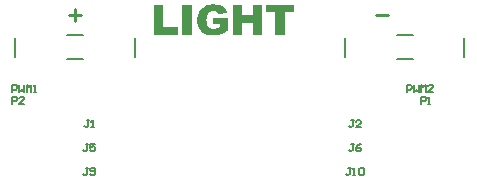
<source format=gto>
G04*
G04 #@! TF.GenerationSoftware,Altium Limited,Altium Designer,24.4.1 (13)*
G04*
G04 Layer_Color=65535*
%FSLAX44Y44*%
%MOMM*%
G71*
G04*
G04 #@! TF.SameCoordinates,B4241BF7-B4BF-4A5F-9E04-4B0AE47491D2*
G04*
G04*
G04 #@! TF.FilePolarity,Positive*
G04*
G01*
G75*
%ADD10C,0.2000*%
%ADD11C,0.2540*%
%ADD12C,0.1700*%
G36*
X301601Y301147D02*
X302526Y301101D01*
X303545Y301009D01*
X304609Y300870D01*
X305581Y300685D01*
X306044Y300546D01*
X306460Y300407D01*
X306506D01*
X306553Y300361D01*
X306830Y300268D01*
X307201Y300083D01*
X307663Y299852D01*
X308219Y299528D01*
X308820Y299111D01*
X309376Y298602D01*
X309931Y298047D01*
X309977Y297954D01*
X310162Y297769D01*
X310394Y297399D01*
X310718Y296936D01*
X311042Y296381D01*
X311412Y295687D01*
X311736Y294900D01*
X312014Y294021D01*
X304470Y292679D01*
Y292725D01*
X304378Y292910D01*
X304239Y293188D01*
X304100Y293512D01*
X303869Y293836D01*
X303591Y294206D01*
X303221Y294530D01*
X302850Y294854D01*
X302804Y294900D01*
X302665Y294993D01*
X302388Y295085D01*
X302064Y295270D01*
X301647Y295409D01*
X301184Y295501D01*
X300629Y295594D01*
X299981Y295640D01*
X299750D01*
X299565Y295594D01*
X299102Y295548D01*
X298500Y295409D01*
X297852Y295224D01*
X297158Y294900D01*
X296464Y294437D01*
X295862Y293836D01*
X295816Y293743D01*
X295631Y293512D01*
X295399Y293049D01*
X295122Y292447D01*
X294798Y291660D01*
X294705Y291198D01*
X294566Y290688D01*
X294474Y290133D01*
X294381Y289532D01*
X294335Y288884D01*
Y288190D01*
Y288143D01*
Y288004D01*
Y287819D01*
X294381Y287542D01*
Y287171D01*
X294428Y286801D01*
X294520Y285922D01*
X294705Y284950D01*
X294983Y283978D01*
X295353Y283053D01*
X295585Y282682D01*
X295862Y282312D01*
X295955Y282220D01*
X296140Y282034D01*
X296510Y281757D01*
X297019Y281433D01*
X297621Y281109D01*
X298361Y280831D01*
X299241Y280646D01*
X300212Y280553D01*
X300675D01*
X300999Y280600D01*
X301416Y280646D01*
X301832Y280692D01*
X302712Y280924D01*
X302758D01*
X302943Y281016D01*
X303174Y281109D01*
X303498Y281248D01*
X303915Y281387D01*
X304378Y281618D01*
X304933Y281896D01*
X305488Y282220D01*
Y284626D01*
X300212D01*
Y289902D01*
X312338D01*
Y279072D01*
X312291Y279026D01*
X312199Y278980D01*
X312014Y278841D01*
X311736Y278702D01*
X311458Y278517D01*
X311088Y278286D01*
X310255Y277777D01*
X309283Y277268D01*
X308219Y276712D01*
X307154Y276203D01*
X306136Y275833D01*
X306090D01*
X305997Y275787D01*
X305858Y275741D01*
X305673Y275694D01*
X305396Y275648D01*
X305118Y275555D01*
X304748Y275509D01*
X304378Y275417D01*
X303452Y275278D01*
X302341Y275139D01*
X301138Y275046D01*
X299796Y275000D01*
X299380D01*
X299056Y275046D01*
X298639D01*
X298223Y275093D01*
X297714Y275139D01*
X297158Y275185D01*
X296001Y275370D01*
X294752Y275648D01*
X293548Y276018D01*
X292391Y276527D01*
X292345D01*
X292253Y276620D01*
X292114Y276712D01*
X291929Y276805D01*
X291420Y277175D01*
X290772Y277684D01*
X290077Y278286D01*
X289337Y279072D01*
X288643Y279998D01*
X287995Y281063D01*
Y281109D01*
X287949Y281201D01*
X287856Y281387D01*
X287764Y281618D01*
X287625Y281896D01*
X287532Y282220D01*
X287393Y282636D01*
X287254Y283099D01*
X287069Y283562D01*
X286931Y284117D01*
X286699Y285320D01*
X286514Y286662D01*
X286468Y288097D01*
Y288143D01*
Y288282D01*
Y288513D01*
X286514Y288791D01*
Y289161D01*
X286560Y289578D01*
X286607Y290041D01*
X286699Y290550D01*
X286884Y291660D01*
X287208Y292864D01*
X287625Y294067D01*
X288180Y295270D01*
Y295316D01*
X288273Y295409D01*
X288365Y295548D01*
X288504Y295779D01*
X288874Y296334D01*
X289429Y297029D01*
X290170Y297769D01*
X291003Y298556D01*
X292021Y299296D01*
X293178Y299944D01*
X293224D01*
X293317Y299991D01*
X293456Y300083D01*
X293641Y300129D01*
X293919Y300222D01*
X294242Y300361D01*
X294613Y300453D01*
X295029Y300592D01*
X295492Y300685D01*
X296047Y300777D01*
X296603Y300916D01*
X297204Y301009D01*
X297899Y301101D01*
X298593Y301147D01*
X300166Y301194D01*
X301231D01*
X301601Y301147D01*
D02*
G37*
G36*
X341308Y275417D02*
X333441D01*
Y285690D01*
X324833D01*
Y275417D01*
X317012Y275417D01*
Y300777D01*
X324833Y300777D01*
Y291938D01*
X333441D01*
Y300777D01*
X341308D01*
Y275417D01*
D02*
G37*
G36*
X368520Y294530D02*
X360514D01*
Y275417D01*
X352693D01*
Y294530D01*
X344686D01*
Y300777D01*
X368520D01*
Y294530D01*
D02*
G37*
G36*
X281840Y275417D02*
X273972D01*
Y300777D01*
X281840D01*
Y275417D01*
D02*
G37*
G36*
X257821Y281664D02*
X270085D01*
Y275417D01*
X250000D01*
Y300777D01*
X257821D01*
Y281664D01*
D02*
G37*
D10*
X455800Y275000D02*
X468800D01*
X455800Y255000D02*
X468800D01*
X411800Y257000D02*
Y273000D01*
X512800Y257000D02*
Y273000D01*
X176600Y275000D02*
X189600D01*
X176600Y255000D02*
X189600D01*
X132600Y257000D02*
Y273000D01*
X233600Y257000D02*
Y273000D01*
D11*
X177540Y292618D02*
X187697D01*
X182618Y297697D02*
Y287540D01*
X437540Y292540D02*
X447697D01*
D12*
X416501Y162999D02*
X414502D01*
X415502D01*
Y158001D01*
X414502Y157001D01*
X413502D01*
X412503Y158001D01*
X418501Y157001D02*
X420500D01*
X419500D01*
Y162999D01*
X418501Y161999D01*
X423499D02*
X424498Y162999D01*
X426498D01*
X427498Y161999D01*
Y158001D01*
X426498Y157001D01*
X424498D01*
X423499Y158001D01*
Y161999D01*
X419000Y182999D02*
X417001D01*
X418001D01*
Y178001D01*
X417001Y177001D01*
X416001D01*
X415002Y178001D01*
X424998Y182999D02*
X422999Y181999D01*
X421000Y180000D01*
Y178001D01*
X421999Y177001D01*
X423999D01*
X424998Y178001D01*
Y179000D01*
X423999Y180000D01*
X421000D01*
X419000Y202999D02*
X417001D01*
X418001D01*
Y198001D01*
X417001Y197001D01*
X416001D01*
X415002Y198001D01*
X424998Y197001D02*
X421000D01*
X424998Y201000D01*
Y201999D01*
X423999Y202999D01*
X421999D01*
X421000Y201999D01*
X476001Y217001D02*
Y222999D01*
X479000D01*
X480000Y221999D01*
Y220000D01*
X479000Y219000D01*
X476001D01*
X481999Y217001D02*
X483999D01*
X482999D01*
Y222999D01*
X481999Y221999D01*
X464004Y227001D02*
Y232999D01*
X467003D01*
X468002Y231999D01*
Y230000D01*
X467003Y229000D01*
X464004D01*
X470002Y232999D02*
Y227001D01*
X472001Y229000D01*
X474000Y227001D01*
Y232999D01*
X476000Y227001D02*
Y232999D01*
X477999Y231000D01*
X479998Y232999D01*
Y227001D01*
X485996D02*
X481998D01*
X485996Y231000D01*
Y231999D01*
X484997Y232999D01*
X482997D01*
X481998Y231999D01*
X194000Y162999D02*
X192001D01*
X193001D01*
Y158001D01*
X192001Y157001D01*
X191001D01*
X190002Y158001D01*
X196000D02*
X196999Y157001D01*
X198999D01*
X199998Y158001D01*
Y161999D01*
X198999Y162999D01*
X196999D01*
X196000Y161999D01*
Y161000D01*
X196999Y160000D01*
X199998D01*
X194000Y182999D02*
X192001D01*
X193001D01*
Y178001D01*
X192001Y177001D01*
X191001D01*
X190002Y178001D01*
X199998Y182999D02*
X196000D01*
Y180000D01*
X197999Y181000D01*
X198999D01*
X199998Y180000D01*
Y178001D01*
X198999Y177001D01*
X196999D01*
X196000Y178001D01*
X195000Y202999D02*
X193001D01*
X194000D01*
Y198001D01*
X193001Y197001D01*
X192001D01*
X191001Y198001D01*
X196999Y197001D02*
X198999D01*
X197999D01*
Y202999D01*
X196999Y201999D01*
X130002Y217001D02*
Y222999D01*
X133001D01*
X134000Y221999D01*
Y220000D01*
X133001Y219000D01*
X130002D01*
X139998Y217001D02*
X136000D01*
X139998Y221000D01*
Y221999D01*
X138999Y222999D01*
X136999D01*
X136000Y221999D01*
X130003Y227001D02*
Y232999D01*
X133002D01*
X134002Y231999D01*
Y230000D01*
X133002Y229000D01*
X130003D01*
X136001Y232999D02*
Y227001D01*
X138001Y229000D01*
X140000Y227001D01*
Y232999D01*
X141999Y227001D02*
Y232999D01*
X143999Y231000D01*
X145998Y232999D01*
Y227001D01*
X147997D02*
X149997D01*
X148997D01*
Y232999D01*
X147997Y231999D01*
M02*

</source>
